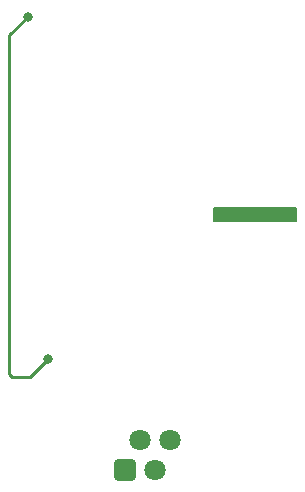
<source format=gbr>
%TF.GenerationSoftware,KiCad,Pcbnew,7.0.9*%
%TF.CreationDate,2023-12-13T00:56:51-08:00*%
%TF.ProjectId,Vi-Fi,56692d46-692e-46b6-9963-61645f706362,rev?*%
%TF.SameCoordinates,Original*%
%TF.FileFunction,Copper,L2,Bot*%
%TF.FilePolarity,Positive*%
%FSLAX46Y46*%
G04 Gerber Fmt 4.6, Leading zero omitted, Abs format (unit mm)*
G04 Created by KiCad (PCBNEW 7.0.9) date 2023-12-13 00:56:51*
%MOMM*%
%LPD*%
G01*
G04 APERTURE LIST*
G04 Aperture macros list*
%AMRoundRect*
0 Rectangle with rounded corners*
0 $1 Rounding radius*
0 $2 $3 $4 $5 $6 $7 $8 $9 X,Y pos of 4 corners*
0 Add a 4 corners polygon primitive as box body*
4,1,4,$2,$3,$4,$5,$6,$7,$8,$9,$2,$3,0*
0 Add four circle primitives for the rounded corners*
1,1,$1+$1,$2,$3*
1,1,$1+$1,$4,$5*
1,1,$1+$1,$6,$7*
1,1,$1+$1,$8,$9*
0 Add four rect primitives between the rounded corners*
20,1,$1+$1,$2,$3,$4,$5,0*
20,1,$1+$1,$4,$5,$6,$7,0*
20,1,$1+$1,$6,$7,$8,$9,0*
20,1,$1+$1,$8,$9,$2,$3,0*%
G04 Aperture macros list end*
%TA.AperFunction,ComponentPad*%
%ADD10RoundRect,0.250000X-0.650000X-0.650000X0.650000X-0.650000X0.650000X0.650000X-0.650000X0.650000X0*%
%TD*%
%TA.AperFunction,ComponentPad*%
%ADD11C,1.800000*%
%TD*%
%TA.AperFunction,ViaPad*%
%ADD12C,0.800000*%
%TD*%
%TA.AperFunction,Conductor*%
%ADD13C,0.250000*%
%TD*%
G04 APERTURE END LIST*
D10*
%TO.P,J1,1*%
%TO.N,/A*%
X57785000Y-87884000D03*
D11*
%TO.P,J1,2*%
%TO.N,/B*%
X59055000Y-85344000D03*
%TO.P,J1,3*%
%TO.N,GND*%
X60325000Y-87884000D03*
%TO.P,J1,4*%
%TO.N,/VIN*%
X61595000Y-85344000D03*
%TD*%
D12*
%TO.N,/DIR*%
X49530000Y-49530000D03*
%TO.N,+3V3*%
X66229000Y-66421000D03*
X67245000Y-66421000D03*
X68261000Y-66421000D03*
X69277000Y-66421000D03*
X70293000Y-66421000D03*
X71309000Y-66421000D03*
%TO.N,/DIR*%
X51243000Y-78486000D03*
%TD*%
D13*
%TO.N,/DIR*%
X48195000Y-80010000D02*
X47941000Y-79756000D01*
X47941000Y-51119000D02*
X49530000Y-49530000D01*
X49719000Y-80010000D02*
X48195000Y-80010000D01*
X51243000Y-78486000D02*
X49719000Y-80010000D01*
X47941000Y-79756000D02*
X47941000Y-51119000D01*
%TD*%
%TA.AperFunction,Conductor*%
%TO.N,+3V3*%
G36*
X72268039Y-65678685D02*
G01*
X72313794Y-65731489D01*
X72325000Y-65783000D01*
X72325000Y-66805000D01*
X72305315Y-66872039D01*
X72252511Y-66917794D01*
X72201000Y-66929000D01*
X65337000Y-66929000D01*
X65269961Y-66909315D01*
X65224206Y-66856511D01*
X65213000Y-66805000D01*
X65213000Y-65783000D01*
X65232685Y-65715961D01*
X65285489Y-65670206D01*
X65337000Y-65659000D01*
X72201000Y-65659000D01*
X72268039Y-65678685D01*
G37*
%TD.AperFunction*%
%TD*%
M02*

</source>
